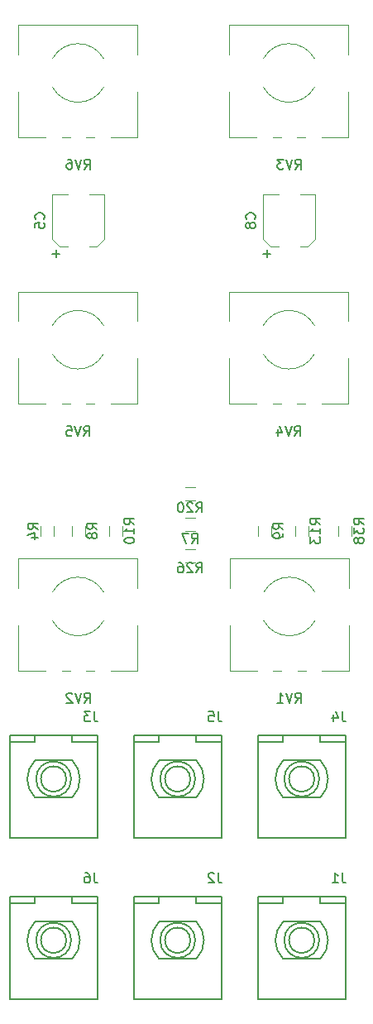
<source format=gbo>
G04 #@! TF.FileFunction,Legend,Bot*
%FSLAX46Y46*%
G04 Gerber Fmt 4.6, Leading zero omitted, Abs format (unit mm)*
G04 Created by KiCad (PCBNEW 4.0.6) date Tuesday, December 12, 2017 'AMt' 12:19:16 AM*
%MOMM*%
%LPD*%
G01*
G04 APERTURE LIST*
%ADD10C,0.100000*%
%ADD11C,0.120000*%
%ADD12C,0.150000*%
G04 APERTURE END LIST*
D10*
D11*
X161160000Y-78610000D02*
X162710000Y-78610000D01*
X166500000Y-78610000D02*
X164950000Y-78610000D01*
X165740000Y-83950000D02*
X164950000Y-83950000D01*
X161920000Y-83950000D02*
X162710000Y-83950000D01*
X166500000Y-78610000D02*
X166500000Y-83190000D01*
X166500000Y-83190000D02*
X165740000Y-83950000D01*
X161920000Y-83950000D02*
X161160000Y-83190000D01*
X161160000Y-83190000D02*
X161160000Y-78610000D01*
X182750000Y-78610000D02*
X184300000Y-78610000D01*
X188090000Y-78610000D02*
X186540000Y-78610000D01*
X187330000Y-83950000D02*
X186540000Y-83950000D01*
X183510000Y-83950000D02*
X184300000Y-83950000D01*
X188090000Y-78610000D02*
X188090000Y-83190000D01*
X188090000Y-83190000D02*
X187330000Y-83950000D01*
X183510000Y-83950000D02*
X182750000Y-83190000D01*
X182750000Y-83190000D02*
X182750000Y-78610000D01*
D12*
X182245000Y-151130000D02*
X184785000Y-151130000D01*
X184785000Y-151130000D02*
X184785000Y-150495000D01*
X184785000Y-150495000D02*
X188595000Y-150495000D01*
X188595000Y-150495000D02*
X188595000Y-151130000D01*
X188595000Y-151130000D02*
X191135000Y-151130000D01*
X188595000Y-153035000D02*
G75*
G02X188595000Y-156845000I-1905000J-1905000D01*
G01*
X184785000Y-156845000D02*
G75*
G02X184785000Y-153035000I1905000J1905000D01*
G01*
X188595000Y-153035000D02*
X184785000Y-153035000D01*
X184785000Y-156845000D02*
X188595000Y-156845000D01*
X188486051Y-154940000D02*
G75*
G03X188486051Y-154940000I-1796051J0D01*
G01*
X191190000Y-160940000D02*
X191190000Y-150440000D01*
X182190000Y-160940000D02*
X182190000Y-150440000D01*
X182190000Y-150440000D02*
X191190000Y-150440000D01*
X182190000Y-160940000D02*
X191190000Y-160940000D01*
X187990000Y-154940000D02*
G75*
G03X187990000Y-154940000I-1300000J0D01*
G01*
X169545000Y-151130000D02*
X172085000Y-151130000D01*
X172085000Y-151130000D02*
X172085000Y-150495000D01*
X172085000Y-150495000D02*
X175895000Y-150495000D01*
X175895000Y-150495000D02*
X175895000Y-151130000D01*
X175895000Y-151130000D02*
X178435000Y-151130000D01*
X175895000Y-153035000D02*
G75*
G02X175895000Y-156845000I-1905000J-1905000D01*
G01*
X172085000Y-156845000D02*
G75*
G02X172085000Y-153035000I1905000J1905000D01*
G01*
X175895000Y-153035000D02*
X172085000Y-153035000D01*
X172085000Y-156845000D02*
X175895000Y-156845000D01*
X175786051Y-154940000D02*
G75*
G03X175786051Y-154940000I-1796051J0D01*
G01*
X178490000Y-160940000D02*
X178490000Y-150440000D01*
X169490000Y-160940000D02*
X169490000Y-150440000D01*
X169490000Y-150440000D02*
X178490000Y-150440000D01*
X169490000Y-160940000D02*
X178490000Y-160940000D01*
X175290000Y-154940000D02*
G75*
G03X175290000Y-154940000I-1300000J0D01*
G01*
X156845000Y-134620000D02*
X159385000Y-134620000D01*
X159385000Y-134620000D02*
X159385000Y-133985000D01*
X159385000Y-133985000D02*
X163195000Y-133985000D01*
X163195000Y-133985000D02*
X163195000Y-134620000D01*
X163195000Y-134620000D02*
X165735000Y-134620000D01*
X163195000Y-136525000D02*
G75*
G02X163195000Y-140335000I-1905000J-1905000D01*
G01*
X159385000Y-140335000D02*
G75*
G02X159385000Y-136525000I1905000J1905000D01*
G01*
X163195000Y-136525000D02*
X159385000Y-136525000D01*
X159385000Y-140335000D02*
X163195000Y-140335000D01*
X163086051Y-138430000D02*
G75*
G03X163086051Y-138430000I-1796051J0D01*
G01*
X165790000Y-144430000D02*
X165790000Y-133930000D01*
X156790000Y-144430000D02*
X156790000Y-133930000D01*
X156790000Y-133930000D02*
X165790000Y-133930000D01*
X156790000Y-144430000D02*
X165790000Y-144430000D01*
X162590000Y-138430000D02*
G75*
G03X162590000Y-138430000I-1300000J0D01*
G01*
X182245000Y-134620000D02*
X184785000Y-134620000D01*
X184785000Y-134620000D02*
X184785000Y-133985000D01*
X184785000Y-133985000D02*
X188595000Y-133985000D01*
X188595000Y-133985000D02*
X188595000Y-134620000D01*
X188595000Y-134620000D02*
X191135000Y-134620000D01*
X188595000Y-136525000D02*
G75*
G02X188595000Y-140335000I-1905000J-1905000D01*
G01*
X184785000Y-140335000D02*
G75*
G02X184785000Y-136525000I1905000J1905000D01*
G01*
X188595000Y-136525000D02*
X184785000Y-136525000D01*
X184785000Y-140335000D02*
X188595000Y-140335000D01*
X188486051Y-138430000D02*
G75*
G03X188486051Y-138430000I-1796051J0D01*
G01*
X191190000Y-144430000D02*
X191190000Y-133930000D01*
X182190000Y-144430000D02*
X182190000Y-133930000D01*
X182190000Y-133930000D02*
X191190000Y-133930000D01*
X182190000Y-144430000D02*
X191190000Y-144430000D01*
X187990000Y-138430000D02*
G75*
G03X187990000Y-138430000I-1300000J0D01*
G01*
X169545000Y-134620000D02*
X172085000Y-134620000D01*
X172085000Y-134620000D02*
X172085000Y-133985000D01*
X172085000Y-133985000D02*
X175895000Y-133985000D01*
X175895000Y-133985000D02*
X175895000Y-134620000D01*
X175895000Y-134620000D02*
X178435000Y-134620000D01*
X175895000Y-136525000D02*
G75*
G02X175895000Y-140335000I-1905000J-1905000D01*
G01*
X172085000Y-140335000D02*
G75*
G02X172085000Y-136525000I1905000J1905000D01*
G01*
X175895000Y-136525000D02*
X172085000Y-136525000D01*
X172085000Y-140335000D02*
X175895000Y-140335000D01*
X175786051Y-138430000D02*
G75*
G03X175786051Y-138430000I-1796051J0D01*
G01*
X178490000Y-144430000D02*
X178490000Y-133930000D01*
X169490000Y-144430000D02*
X169490000Y-133930000D01*
X169490000Y-133930000D02*
X178490000Y-133930000D01*
X169490000Y-144430000D02*
X178490000Y-144430000D01*
X175290000Y-138430000D02*
G75*
G03X175290000Y-138430000I-1300000J0D01*
G01*
X156845000Y-151130000D02*
X159385000Y-151130000D01*
X159385000Y-151130000D02*
X159385000Y-150495000D01*
X159385000Y-150495000D02*
X163195000Y-150495000D01*
X163195000Y-150495000D02*
X163195000Y-151130000D01*
X163195000Y-151130000D02*
X165735000Y-151130000D01*
X163195000Y-153035000D02*
G75*
G02X163195000Y-156845000I-1905000J-1905000D01*
G01*
X159385000Y-156845000D02*
G75*
G02X159385000Y-153035000I1905000J1905000D01*
G01*
X163195000Y-153035000D02*
X159385000Y-153035000D01*
X159385000Y-156845000D02*
X163195000Y-156845000D01*
X163086051Y-154940000D02*
G75*
G03X163086051Y-154940000I-1796051J0D01*
G01*
X165790000Y-160940000D02*
X165790000Y-150440000D01*
X156790000Y-160940000D02*
X156790000Y-150440000D01*
X156790000Y-150440000D02*
X165790000Y-150440000D01*
X156790000Y-160940000D02*
X165790000Y-160940000D01*
X162590000Y-154940000D02*
G75*
G03X162590000Y-154940000I-1300000J0D01*
G01*
D11*
X161335000Y-113530000D02*
X161335000Y-112530000D01*
X159975000Y-112530000D02*
X159975000Y-113530000D01*
X175760000Y-111715000D02*
X174760000Y-111715000D01*
X174760000Y-113075000D02*
X175760000Y-113075000D01*
X163150000Y-112530000D02*
X163150000Y-113530000D01*
X164510000Y-113530000D02*
X164510000Y-112530000D01*
X182200000Y-112530000D02*
X182200000Y-113530000D01*
X183560000Y-113530000D02*
X183560000Y-112530000D01*
X166960000Y-112530000D02*
X166960000Y-113530000D01*
X168320000Y-113530000D02*
X168320000Y-112530000D01*
X186010000Y-112530000D02*
X186010000Y-113530000D01*
X187370000Y-113530000D02*
X187370000Y-112530000D01*
X175760000Y-108540000D02*
X174760000Y-108540000D01*
X174760000Y-109900000D02*
X175760000Y-109900000D01*
X174760000Y-116250000D02*
X175760000Y-116250000D01*
X175760000Y-114890000D02*
X174760000Y-114890000D01*
X190455000Y-112530000D02*
X190455000Y-113530000D01*
X191815000Y-113530000D02*
X191815000Y-112530000D01*
X188044418Y-119315754D02*
G75*
G03X182796000Y-119315000I-2624418J-1454246D01*
G01*
X182795900Y-122225624D02*
G75*
G03X188045000Y-122224000I2624100J1455624D01*
G01*
X191530000Y-127330000D02*
X191530000Y-122672000D01*
X191530000Y-118867000D02*
X191530000Y-115860000D01*
X179310000Y-127330000D02*
X179310000Y-122672000D01*
X179310000Y-118867000D02*
X179310000Y-115860000D01*
X191530000Y-127330000D02*
X188745000Y-127330000D01*
X187095000Y-127330000D02*
X186245000Y-127330000D01*
X184595000Y-127330000D02*
X183745000Y-127330000D01*
X182095000Y-127330000D02*
X179310000Y-127330000D01*
X191530000Y-115860000D02*
X179310000Y-115860000D01*
X166414418Y-119315754D02*
G75*
G03X161166000Y-119315000I-2624418J-1454246D01*
G01*
X161165900Y-122225624D02*
G75*
G03X166415000Y-122224000I2624100J1455624D01*
G01*
X169900000Y-127330000D02*
X169900000Y-122672000D01*
X169900000Y-118867000D02*
X169900000Y-115860000D01*
X157680000Y-127330000D02*
X157680000Y-122672000D01*
X157680000Y-118867000D02*
X157680000Y-115860000D01*
X169900000Y-127330000D02*
X167115000Y-127330000D01*
X165465000Y-127330000D02*
X164615000Y-127330000D01*
X162965000Y-127330000D02*
X162115000Y-127330000D01*
X160465000Y-127330000D02*
X157680000Y-127330000D01*
X169900000Y-115860000D02*
X157680000Y-115860000D01*
X188004418Y-64705754D02*
G75*
G03X182756000Y-64705000I-2624418J-1454246D01*
G01*
X182755900Y-67615624D02*
G75*
G03X188005000Y-67614000I2624100J1455624D01*
G01*
X191490000Y-72720000D02*
X191490000Y-68062000D01*
X191490000Y-64257000D02*
X191490000Y-61250000D01*
X179270000Y-72720000D02*
X179270000Y-68062000D01*
X179270000Y-64257000D02*
X179270000Y-61250000D01*
X191490000Y-72720000D02*
X188705000Y-72720000D01*
X187055000Y-72720000D02*
X186205000Y-72720000D01*
X184555000Y-72720000D02*
X183705000Y-72720000D01*
X182055000Y-72720000D02*
X179270000Y-72720000D01*
X191490000Y-61250000D02*
X179270000Y-61250000D01*
X188004418Y-92010754D02*
G75*
G03X182756000Y-92010000I-2624418J-1454246D01*
G01*
X182755900Y-94920624D02*
G75*
G03X188005000Y-94919000I2624100J1455624D01*
G01*
X191490000Y-100025000D02*
X191490000Y-95367000D01*
X191490000Y-91562000D02*
X191490000Y-88555000D01*
X179270000Y-100025000D02*
X179270000Y-95367000D01*
X179270000Y-91562000D02*
X179270000Y-88555000D01*
X191490000Y-100025000D02*
X188705000Y-100025000D01*
X187055000Y-100025000D02*
X186205000Y-100025000D01*
X184555000Y-100025000D02*
X183705000Y-100025000D01*
X182055000Y-100025000D02*
X179270000Y-100025000D01*
X191490000Y-88555000D02*
X179270000Y-88555000D01*
X166414418Y-92010754D02*
G75*
G03X161166000Y-92010000I-2624418J-1454246D01*
G01*
X161165900Y-94920624D02*
G75*
G03X166415000Y-94919000I2624100J1455624D01*
G01*
X169900000Y-100025000D02*
X169900000Y-95367000D01*
X169900000Y-91562000D02*
X169900000Y-88555000D01*
X157680000Y-100025000D02*
X157680000Y-95367000D01*
X157680000Y-91562000D02*
X157680000Y-88555000D01*
X169900000Y-100025000D02*
X167115000Y-100025000D01*
X165465000Y-100025000D02*
X164615000Y-100025000D01*
X162965000Y-100025000D02*
X162115000Y-100025000D01*
X160465000Y-100025000D02*
X157680000Y-100025000D01*
X169900000Y-88555000D02*
X157680000Y-88555000D01*
X166414418Y-64705754D02*
G75*
G03X161166000Y-64705000I-2624418J-1454246D01*
G01*
X161165900Y-67615624D02*
G75*
G03X166415000Y-67614000I2624100J1455624D01*
G01*
X169900000Y-72720000D02*
X169900000Y-68062000D01*
X169900000Y-64257000D02*
X169900000Y-61250000D01*
X157680000Y-72720000D02*
X157680000Y-68062000D01*
X157680000Y-64257000D02*
X157680000Y-61250000D01*
X169900000Y-72720000D02*
X167115000Y-72720000D01*
X165465000Y-72720000D02*
X164615000Y-72720000D01*
X162965000Y-72720000D02*
X162115000Y-72720000D01*
X160465000Y-72720000D02*
X157680000Y-72720000D01*
X169900000Y-61250000D02*
X157680000Y-61250000D01*
D12*
X160267143Y-81113334D02*
X160314762Y-81065715D01*
X160362381Y-80922858D01*
X160362381Y-80827620D01*
X160314762Y-80684762D01*
X160219524Y-80589524D01*
X160124286Y-80541905D01*
X159933810Y-80494286D01*
X159790952Y-80494286D01*
X159600476Y-80541905D01*
X159505238Y-80589524D01*
X159410000Y-80684762D01*
X159362381Y-80827620D01*
X159362381Y-80922858D01*
X159410000Y-81065715D01*
X159457619Y-81113334D01*
X159362381Y-82018096D02*
X159362381Y-81541905D01*
X159838571Y-81494286D01*
X159790952Y-81541905D01*
X159743333Y-81637143D01*
X159743333Y-81875239D01*
X159790952Y-81970477D01*
X159838571Y-82018096D01*
X159933810Y-82065715D01*
X160171905Y-82065715D01*
X160267143Y-82018096D01*
X160314762Y-81970477D01*
X160362381Y-81875239D01*
X160362381Y-81637143D01*
X160314762Y-81541905D01*
X160267143Y-81494286D01*
X161541429Y-84279048D02*
X161541429Y-85040953D01*
X161922381Y-84660001D02*
X161160476Y-84660001D01*
X181857143Y-81113334D02*
X181904762Y-81065715D01*
X181952381Y-80922858D01*
X181952381Y-80827620D01*
X181904762Y-80684762D01*
X181809524Y-80589524D01*
X181714286Y-80541905D01*
X181523810Y-80494286D01*
X181380952Y-80494286D01*
X181190476Y-80541905D01*
X181095238Y-80589524D01*
X181000000Y-80684762D01*
X180952381Y-80827620D01*
X180952381Y-80922858D01*
X181000000Y-81065715D01*
X181047619Y-81113334D01*
X181380952Y-81684762D02*
X181333333Y-81589524D01*
X181285714Y-81541905D01*
X181190476Y-81494286D01*
X181142857Y-81494286D01*
X181047619Y-81541905D01*
X181000000Y-81589524D01*
X180952381Y-81684762D01*
X180952381Y-81875239D01*
X181000000Y-81970477D01*
X181047619Y-82018096D01*
X181142857Y-82065715D01*
X181190476Y-82065715D01*
X181285714Y-82018096D01*
X181333333Y-81970477D01*
X181380952Y-81875239D01*
X181380952Y-81684762D01*
X181428571Y-81589524D01*
X181476190Y-81541905D01*
X181571429Y-81494286D01*
X181761905Y-81494286D01*
X181857143Y-81541905D01*
X181904762Y-81589524D01*
X181952381Y-81684762D01*
X181952381Y-81875239D01*
X181904762Y-81970477D01*
X181857143Y-82018096D01*
X181761905Y-82065715D01*
X181571429Y-82065715D01*
X181476190Y-82018096D01*
X181428571Y-81970477D01*
X181380952Y-81875239D01*
X183131429Y-84279048D02*
X183131429Y-85040953D01*
X183512381Y-84660001D02*
X182750476Y-84660001D01*
X190833333Y-148042381D02*
X190833333Y-148756667D01*
X190880953Y-148899524D01*
X190976191Y-148994762D01*
X191119048Y-149042381D01*
X191214286Y-149042381D01*
X189833333Y-149042381D02*
X190404762Y-149042381D01*
X190119048Y-149042381D02*
X190119048Y-148042381D01*
X190214286Y-148185238D01*
X190309524Y-148280476D01*
X190404762Y-148328095D01*
X178133333Y-148042381D02*
X178133333Y-148756667D01*
X178180953Y-148899524D01*
X178276191Y-148994762D01*
X178419048Y-149042381D01*
X178514286Y-149042381D01*
X177704762Y-148137619D02*
X177657143Y-148090000D01*
X177561905Y-148042381D01*
X177323809Y-148042381D01*
X177228571Y-148090000D01*
X177180952Y-148137619D01*
X177133333Y-148232857D01*
X177133333Y-148328095D01*
X177180952Y-148470952D01*
X177752381Y-149042381D01*
X177133333Y-149042381D01*
X165433333Y-131532381D02*
X165433333Y-132246667D01*
X165480953Y-132389524D01*
X165576191Y-132484762D01*
X165719048Y-132532381D01*
X165814286Y-132532381D01*
X165052381Y-131532381D02*
X164433333Y-131532381D01*
X164766667Y-131913333D01*
X164623809Y-131913333D01*
X164528571Y-131960952D01*
X164480952Y-132008571D01*
X164433333Y-132103810D01*
X164433333Y-132341905D01*
X164480952Y-132437143D01*
X164528571Y-132484762D01*
X164623809Y-132532381D01*
X164909524Y-132532381D01*
X165004762Y-132484762D01*
X165052381Y-132437143D01*
X190833333Y-131532381D02*
X190833333Y-132246667D01*
X190880953Y-132389524D01*
X190976191Y-132484762D01*
X191119048Y-132532381D01*
X191214286Y-132532381D01*
X189928571Y-131865714D02*
X189928571Y-132532381D01*
X190166667Y-131484762D02*
X190404762Y-132199048D01*
X189785714Y-132199048D01*
X178133333Y-131532381D02*
X178133333Y-132246667D01*
X178180953Y-132389524D01*
X178276191Y-132484762D01*
X178419048Y-132532381D01*
X178514286Y-132532381D01*
X177180952Y-131532381D02*
X177657143Y-131532381D01*
X177704762Y-132008571D01*
X177657143Y-131960952D01*
X177561905Y-131913333D01*
X177323809Y-131913333D01*
X177228571Y-131960952D01*
X177180952Y-132008571D01*
X177133333Y-132103810D01*
X177133333Y-132341905D01*
X177180952Y-132437143D01*
X177228571Y-132484762D01*
X177323809Y-132532381D01*
X177561905Y-132532381D01*
X177657143Y-132484762D01*
X177704762Y-132437143D01*
X165433333Y-148042381D02*
X165433333Y-148756667D01*
X165480953Y-148899524D01*
X165576191Y-148994762D01*
X165719048Y-149042381D01*
X165814286Y-149042381D01*
X164528571Y-148042381D02*
X164719048Y-148042381D01*
X164814286Y-148090000D01*
X164861905Y-148137619D01*
X164957143Y-148280476D01*
X165004762Y-148470952D01*
X165004762Y-148851905D01*
X164957143Y-148947143D01*
X164909524Y-148994762D01*
X164814286Y-149042381D01*
X164623809Y-149042381D01*
X164528571Y-148994762D01*
X164480952Y-148947143D01*
X164433333Y-148851905D01*
X164433333Y-148613810D01*
X164480952Y-148518571D01*
X164528571Y-148470952D01*
X164623809Y-148423333D01*
X164814286Y-148423333D01*
X164909524Y-148470952D01*
X164957143Y-148518571D01*
X165004762Y-148613810D01*
X159657381Y-112863334D02*
X159181190Y-112530000D01*
X159657381Y-112291905D02*
X158657381Y-112291905D01*
X158657381Y-112672858D01*
X158705000Y-112768096D01*
X158752619Y-112815715D01*
X158847857Y-112863334D01*
X158990714Y-112863334D01*
X159085952Y-112815715D01*
X159133571Y-112768096D01*
X159181190Y-112672858D01*
X159181190Y-112291905D01*
X158990714Y-113720477D02*
X159657381Y-113720477D01*
X158609762Y-113482381D02*
X159324048Y-113244286D01*
X159324048Y-113863334D01*
X175426666Y-114297381D02*
X175760000Y-113821190D01*
X175998095Y-114297381D02*
X175998095Y-113297381D01*
X175617142Y-113297381D01*
X175521904Y-113345000D01*
X175474285Y-113392619D01*
X175426666Y-113487857D01*
X175426666Y-113630714D01*
X175474285Y-113725952D01*
X175521904Y-113773571D01*
X175617142Y-113821190D01*
X175998095Y-113821190D01*
X175093333Y-113297381D02*
X174426666Y-113297381D01*
X174855238Y-114297381D01*
X165732381Y-112863334D02*
X165256190Y-112530000D01*
X165732381Y-112291905D02*
X164732381Y-112291905D01*
X164732381Y-112672858D01*
X164780000Y-112768096D01*
X164827619Y-112815715D01*
X164922857Y-112863334D01*
X165065714Y-112863334D01*
X165160952Y-112815715D01*
X165208571Y-112768096D01*
X165256190Y-112672858D01*
X165256190Y-112291905D01*
X165160952Y-113434762D02*
X165113333Y-113339524D01*
X165065714Y-113291905D01*
X164970476Y-113244286D01*
X164922857Y-113244286D01*
X164827619Y-113291905D01*
X164780000Y-113339524D01*
X164732381Y-113434762D01*
X164732381Y-113625239D01*
X164780000Y-113720477D01*
X164827619Y-113768096D01*
X164922857Y-113815715D01*
X164970476Y-113815715D01*
X165065714Y-113768096D01*
X165113333Y-113720477D01*
X165160952Y-113625239D01*
X165160952Y-113434762D01*
X165208571Y-113339524D01*
X165256190Y-113291905D01*
X165351429Y-113244286D01*
X165541905Y-113244286D01*
X165637143Y-113291905D01*
X165684762Y-113339524D01*
X165732381Y-113434762D01*
X165732381Y-113625239D01*
X165684762Y-113720477D01*
X165637143Y-113768096D01*
X165541905Y-113815715D01*
X165351429Y-113815715D01*
X165256190Y-113768096D01*
X165208571Y-113720477D01*
X165160952Y-113625239D01*
X184782381Y-112863334D02*
X184306190Y-112530000D01*
X184782381Y-112291905D02*
X183782381Y-112291905D01*
X183782381Y-112672858D01*
X183830000Y-112768096D01*
X183877619Y-112815715D01*
X183972857Y-112863334D01*
X184115714Y-112863334D01*
X184210952Y-112815715D01*
X184258571Y-112768096D01*
X184306190Y-112672858D01*
X184306190Y-112291905D01*
X184782381Y-113339524D02*
X184782381Y-113530000D01*
X184734762Y-113625239D01*
X184687143Y-113672858D01*
X184544286Y-113768096D01*
X184353810Y-113815715D01*
X183972857Y-113815715D01*
X183877619Y-113768096D01*
X183830000Y-113720477D01*
X183782381Y-113625239D01*
X183782381Y-113434762D01*
X183830000Y-113339524D01*
X183877619Y-113291905D01*
X183972857Y-113244286D01*
X184210952Y-113244286D01*
X184306190Y-113291905D01*
X184353810Y-113339524D01*
X184401429Y-113434762D01*
X184401429Y-113625239D01*
X184353810Y-113720477D01*
X184306190Y-113768096D01*
X184210952Y-113815715D01*
X169542381Y-112387143D02*
X169066190Y-112053809D01*
X169542381Y-111815714D02*
X168542381Y-111815714D01*
X168542381Y-112196667D01*
X168590000Y-112291905D01*
X168637619Y-112339524D01*
X168732857Y-112387143D01*
X168875714Y-112387143D01*
X168970952Y-112339524D01*
X169018571Y-112291905D01*
X169066190Y-112196667D01*
X169066190Y-111815714D01*
X169542381Y-113339524D02*
X169542381Y-112768095D01*
X169542381Y-113053809D02*
X168542381Y-113053809D01*
X168685238Y-112958571D01*
X168780476Y-112863333D01*
X168828095Y-112768095D01*
X168542381Y-113958571D02*
X168542381Y-114053810D01*
X168590000Y-114149048D01*
X168637619Y-114196667D01*
X168732857Y-114244286D01*
X168923333Y-114291905D01*
X169161429Y-114291905D01*
X169351905Y-114244286D01*
X169447143Y-114196667D01*
X169494762Y-114149048D01*
X169542381Y-114053810D01*
X169542381Y-113958571D01*
X169494762Y-113863333D01*
X169447143Y-113815714D01*
X169351905Y-113768095D01*
X169161429Y-113720476D01*
X168923333Y-113720476D01*
X168732857Y-113768095D01*
X168637619Y-113815714D01*
X168590000Y-113863333D01*
X168542381Y-113958571D01*
X188592381Y-112387143D02*
X188116190Y-112053809D01*
X188592381Y-111815714D02*
X187592381Y-111815714D01*
X187592381Y-112196667D01*
X187640000Y-112291905D01*
X187687619Y-112339524D01*
X187782857Y-112387143D01*
X187925714Y-112387143D01*
X188020952Y-112339524D01*
X188068571Y-112291905D01*
X188116190Y-112196667D01*
X188116190Y-111815714D01*
X188592381Y-113339524D02*
X188592381Y-112768095D01*
X188592381Y-113053809D02*
X187592381Y-113053809D01*
X187735238Y-112958571D01*
X187830476Y-112863333D01*
X187878095Y-112768095D01*
X187592381Y-113672857D02*
X187592381Y-114291905D01*
X187973333Y-113958571D01*
X187973333Y-114101429D01*
X188020952Y-114196667D01*
X188068571Y-114244286D01*
X188163810Y-114291905D01*
X188401905Y-114291905D01*
X188497143Y-114244286D01*
X188544762Y-114196667D01*
X188592381Y-114101429D01*
X188592381Y-113815714D01*
X188544762Y-113720476D01*
X188497143Y-113672857D01*
X175902857Y-111122381D02*
X176236191Y-110646190D01*
X176474286Y-111122381D02*
X176474286Y-110122381D01*
X176093333Y-110122381D01*
X175998095Y-110170000D01*
X175950476Y-110217619D01*
X175902857Y-110312857D01*
X175902857Y-110455714D01*
X175950476Y-110550952D01*
X175998095Y-110598571D01*
X176093333Y-110646190D01*
X176474286Y-110646190D01*
X175521905Y-110217619D02*
X175474286Y-110170000D01*
X175379048Y-110122381D01*
X175140952Y-110122381D01*
X175045714Y-110170000D01*
X174998095Y-110217619D01*
X174950476Y-110312857D01*
X174950476Y-110408095D01*
X174998095Y-110550952D01*
X175569524Y-111122381D01*
X174950476Y-111122381D01*
X174331429Y-110122381D02*
X174236190Y-110122381D01*
X174140952Y-110170000D01*
X174093333Y-110217619D01*
X174045714Y-110312857D01*
X173998095Y-110503333D01*
X173998095Y-110741429D01*
X174045714Y-110931905D01*
X174093333Y-111027143D01*
X174140952Y-111074762D01*
X174236190Y-111122381D01*
X174331429Y-111122381D01*
X174426667Y-111074762D01*
X174474286Y-111027143D01*
X174521905Y-110931905D01*
X174569524Y-110741429D01*
X174569524Y-110503333D01*
X174521905Y-110312857D01*
X174474286Y-110217619D01*
X174426667Y-110170000D01*
X174331429Y-110122381D01*
X175902857Y-117292381D02*
X176236191Y-116816190D01*
X176474286Y-117292381D02*
X176474286Y-116292381D01*
X176093333Y-116292381D01*
X175998095Y-116340000D01*
X175950476Y-116387619D01*
X175902857Y-116482857D01*
X175902857Y-116625714D01*
X175950476Y-116720952D01*
X175998095Y-116768571D01*
X176093333Y-116816190D01*
X176474286Y-116816190D01*
X175521905Y-116387619D02*
X175474286Y-116340000D01*
X175379048Y-116292381D01*
X175140952Y-116292381D01*
X175045714Y-116340000D01*
X174998095Y-116387619D01*
X174950476Y-116482857D01*
X174950476Y-116578095D01*
X174998095Y-116720952D01*
X175569524Y-117292381D01*
X174950476Y-117292381D01*
X174093333Y-116292381D02*
X174283810Y-116292381D01*
X174379048Y-116340000D01*
X174426667Y-116387619D01*
X174521905Y-116530476D01*
X174569524Y-116720952D01*
X174569524Y-117101905D01*
X174521905Y-117197143D01*
X174474286Y-117244762D01*
X174379048Y-117292381D01*
X174188571Y-117292381D01*
X174093333Y-117244762D01*
X174045714Y-117197143D01*
X173998095Y-117101905D01*
X173998095Y-116863810D01*
X174045714Y-116768571D01*
X174093333Y-116720952D01*
X174188571Y-116673333D01*
X174379048Y-116673333D01*
X174474286Y-116720952D01*
X174521905Y-116768571D01*
X174569524Y-116863810D01*
X193037381Y-112387143D02*
X192561190Y-112053809D01*
X193037381Y-111815714D02*
X192037381Y-111815714D01*
X192037381Y-112196667D01*
X192085000Y-112291905D01*
X192132619Y-112339524D01*
X192227857Y-112387143D01*
X192370714Y-112387143D01*
X192465952Y-112339524D01*
X192513571Y-112291905D01*
X192561190Y-112196667D01*
X192561190Y-111815714D01*
X192037381Y-112720476D02*
X192037381Y-113339524D01*
X192418333Y-113006190D01*
X192418333Y-113149048D01*
X192465952Y-113244286D01*
X192513571Y-113291905D01*
X192608810Y-113339524D01*
X192846905Y-113339524D01*
X192942143Y-113291905D01*
X192989762Y-113244286D01*
X193037381Y-113149048D01*
X193037381Y-112863333D01*
X192989762Y-112768095D01*
X192942143Y-112720476D01*
X192465952Y-113910952D02*
X192418333Y-113815714D01*
X192370714Y-113768095D01*
X192275476Y-113720476D01*
X192227857Y-113720476D01*
X192132619Y-113768095D01*
X192085000Y-113815714D01*
X192037381Y-113910952D01*
X192037381Y-114101429D01*
X192085000Y-114196667D01*
X192132619Y-114244286D01*
X192227857Y-114291905D01*
X192275476Y-114291905D01*
X192370714Y-114244286D01*
X192418333Y-114196667D01*
X192465952Y-114101429D01*
X192465952Y-113910952D01*
X192513571Y-113815714D01*
X192561190Y-113768095D01*
X192656429Y-113720476D01*
X192846905Y-113720476D01*
X192942143Y-113768095D01*
X192989762Y-113815714D01*
X193037381Y-113910952D01*
X193037381Y-114101429D01*
X192989762Y-114196667D01*
X192942143Y-114244286D01*
X192846905Y-114291905D01*
X192656429Y-114291905D01*
X192561190Y-114244286D01*
X192513571Y-114196667D01*
X192465952Y-114101429D01*
X186015238Y-130627381D02*
X186348572Y-130151190D01*
X186586667Y-130627381D02*
X186586667Y-129627381D01*
X186205714Y-129627381D01*
X186110476Y-129675000D01*
X186062857Y-129722619D01*
X186015238Y-129817857D01*
X186015238Y-129960714D01*
X186062857Y-130055952D01*
X186110476Y-130103571D01*
X186205714Y-130151190D01*
X186586667Y-130151190D01*
X185729524Y-129627381D02*
X185396191Y-130627381D01*
X185062857Y-129627381D01*
X184205714Y-130627381D02*
X184777143Y-130627381D01*
X184491429Y-130627381D02*
X184491429Y-129627381D01*
X184586667Y-129770238D01*
X184681905Y-129865476D01*
X184777143Y-129913095D01*
X164425238Y-130627381D02*
X164758572Y-130151190D01*
X164996667Y-130627381D02*
X164996667Y-129627381D01*
X164615714Y-129627381D01*
X164520476Y-129675000D01*
X164472857Y-129722619D01*
X164425238Y-129817857D01*
X164425238Y-129960714D01*
X164472857Y-130055952D01*
X164520476Y-130103571D01*
X164615714Y-130151190D01*
X164996667Y-130151190D01*
X164139524Y-129627381D02*
X163806191Y-130627381D01*
X163472857Y-129627381D01*
X163187143Y-129722619D02*
X163139524Y-129675000D01*
X163044286Y-129627381D01*
X162806190Y-129627381D01*
X162710952Y-129675000D01*
X162663333Y-129722619D01*
X162615714Y-129817857D01*
X162615714Y-129913095D01*
X162663333Y-130055952D01*
X163234762Y-130627381D01*
X162615714Y-130627381D01*
X186015238Y-76017381D02*
X186348572Y-75541190D01*
X186586667Y-76017381D02*
X186586667Y-75017381D01*
X186205714Y-75017381D01*
X186110476Y-75065000D01*
X186062857Y-75112619D01*
X186015238Y-75207857D01*
X186015238Y-75350714D01*
X186062857Y-75445952D01*
X186110476Y-75493571D01*
X186205714Y-75541190D01*
X186586667Y-75541190D01*
X185729524Y-75017381D02*
X185396191Y-76017381D01*
X185062857Y-75017381D01*
X184824762Y-75017381D02*
X184205714Y-75017381D01*
X184539048Y-75398333D01*
X184396190Y-75398333D01*
X184300952Y-75445952D01*
X184253333Y-75493571D01*
X184205714Y-75588810D01*
X184205714Y-75826905D01*
X184253333Y-75922143D01*
X184300952Y-75969762D01*
X184396190Y-76017381D01*
X184681905Y-76017381D01*
X184777143Y-75969762D01*
X184824762Y-75922143D01*
X185935238Y-103322381D02*
X186268572Y-102846190D01*
X186506667Y-103322381D02*
X186506667Y-102322381D01*
X186125714Y-102322381D01*
X186030476Y-102370000D01*
X185982857Y-102417619D01*
X185935238Y-102512857D01*
X185935238Y-102655714D01*
X185982857Y-102750952D01*
X186030476Y-102798571D01*
X186125714Y-102846190D01*
X186506667Y-102846190D01*
X185649524Y-102322381D02*
X185316191Y-103322381D01*
X184982857Y-102322381D01*
X184220952Y-102655714D02*
X184220952Y-103322381D01*
X184459048Y-102274762D02*
X184697143Y-102989048D01*
X184078095Y-102989048D01*
X164385238Y-103322381D02*
X164718572Y-102846190D01*
X164956667Y-103322381D02*
X164956667Y-102322381D01*
X164575714Y-102322381D01*
X164480476Y-102370000D01*
X164432857Y-102417619D01*
X164385238Y-102512857D01*
X164385238Y-102655714D01*
X164432857Y-102750952D01*
X164480476Y-102798571D01*
X164575714Y-102846190D01*
X164956667Y-102846190D01*
X164099524Y-102322381D02*
X163766191Y-103322381D01*
X163432857Y-102322381D01*
X162623333Y-102322381D02*
X163099524Y-102322381D01*
X163147143Y-102798571D01*
X163099524Y-102750952D01*
X163004286Y-102703333D01*
X162766190Y-102703333D01*
X162670952Y-102750952D01*
X162623333Y-102798571D01*
X162575714Y-102893810D01*
X162575714Y-103131905D01*
X162623333Y-103227143D01*
X162670952Y-103274762D01*
X162766190Y-103322381D01*
X163004286Y-103322381D01*
X163099524Y-103274762D01*
X163147143Y-103227143D01*
X164425238Y-76017381D02*
X164758572Y-75541190D01*
X164996667Y-76017381D02*
X164996667Y-75017381D01*
X164615714Y-75017381D01*
X164520476Y-75065000D01*
X164472857Y-75112619D01*
X164425238Y-75207857D01*
X164425238Y-75350714D01*
X164472857Y-75445952D01*
X164520476Y-75493571D01*
X164615714Y-75541190D01*
X164996667Y-75541190D01*
X164139524Y-75017381D02*
X163806191Y-76017381D01*
X163472857Y-75017381D01*
X162710952Y-75017381D02*
X162901429Y-75017381D01*
X162996667Y-75065000D01*
X163044286Y-75112619D01*
X163139524Y-75255476D01*
X163187143Y-75445952D01*
X163187143Y-75826905D01*
X163139524Y-75922143D01*
X163091905Y-75969762D01*
X162996667Y-76017381D01*
X162806190Y-76017381D01*
X162710952Y-75969762D01*
X162663333Y-75922143D01*
X162615714Y-75826905D01*
X162615714Y-75588810D01*
X162663333Y-75493571D01*
X162710952Y-75445952D01*
X162806190Y-75398333D01*
X162996667Y-75398333D01*
X163091905Y-75445952D01*
X163139524Y-75493571D01*
X163187143Y-75588810D01*
M02*

</source>
